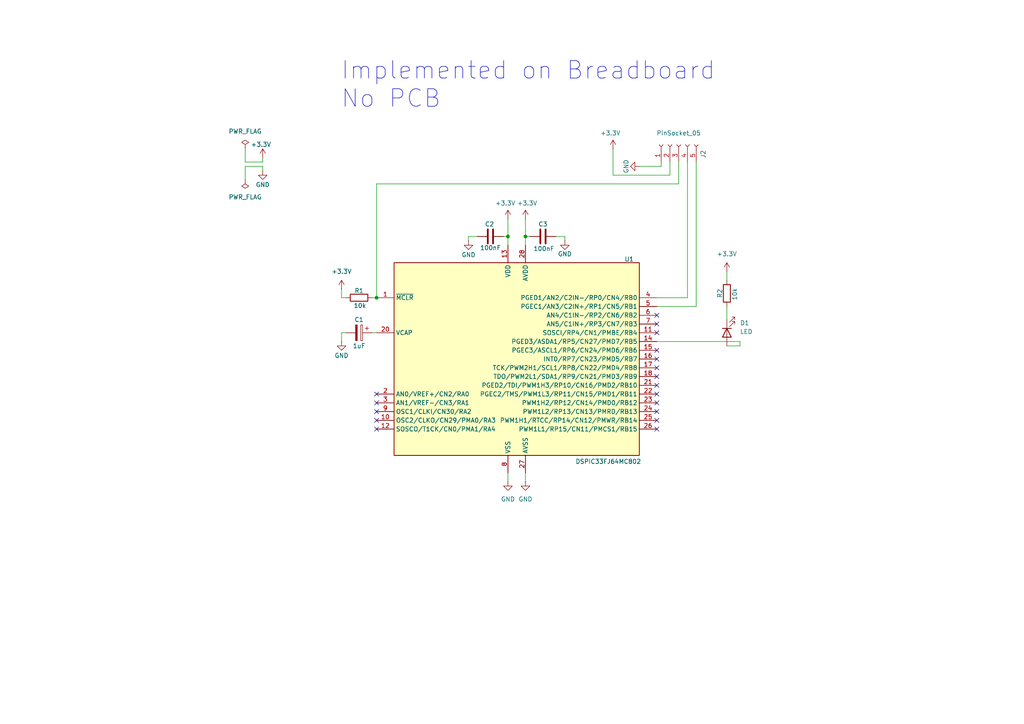
<source format=kicad_sch>
(kicad_sch (version 20231120) (generator "eeschema") (generator_version "8.0")
  (paper "A4")
  (lib_symbols
    (symbol "Connector:Conn_01x05_Socket" (pin_names (offset 1.016) hide)
      (property "Reference" "J" (at 0 7.62 0))
      (property "Value" "Conn_01x05_Socket" (at 0 -7.62 0))
      (symbol "Conn_01x05_Socket_1_1"
        (arc (start 0 -4.572) (mid -0.5058 -5.08) (end 0 -5.588) (stroke (width 0.1524)))
        (arc (start 0 -2.032) (mid -0.5058 -2.54) (end 0 -3.048) (stroke (width 0.1524)))
        (polyline (pts (xy -1.27 -5.08) (xy -0.508 -5.08)) (stroke (width 0.1524)))
        (polyline (pts (xy -1.27 -2.54) (xy -0.508 -2.54)) (stroke (width 0.1524)))
        (polyline (pts (xy -1.27 0) (xy -0.508 0)) (stroke (width 0.1524)))
        (polyline (pts (xy -1.27 2.54) (xy -0.508 2.54)) (stroke (width 0.1524)))
        (polyline (pts (xy -1.27 5.08) (xy -0.508 5.08)) (stroke (width 0.1524)))
        (arc (start 0 0.508) (mid -0.5058 0) (end 0 -0.508) (stroke (width 0.1524)))
        (arc (start 0 3.048) (mid -0.5058 2.54) (end 0 2.032) (stroke (width 0.1524)))
        (arc (start 0 5.588) (mid -0.5058 5.08) (end 0 4.572) (stroke (width 0.1524)))
        (pin passive line (at -5.08 5.08 0) (length 3.81) (name "Pin_1") (number "1"))
        (pin passive line (at -5.08 2.54 0) (length 3.81) (name "Pin_2") (number "2"))
        (pin passive line (at -5.08 0 0) (length 3.81) (name "Pin_3") (number "3"))
        (pin passive line (at -5.08 -2.54 0) (length 3.81) (name "Pin_4") (number "4"))
        (pin passive line (at -5.08 -5.08 0) (length 3.81) (name "Pin_5") (number "5"))
      )
    )
    (symbol "DSP_Microchip_DSPIC33:DSPIC33FJ64MC802-xSP"
      (property "Reference" "U" (at -31.75 29.21 0))
      (property "Value" "DSPIC33FJ64MC802-xSP" (at 22.86 29.21 0))
      (symbol "DSPIC33FJ64MC802-xSP_0_1"
        (rectangle (start -35.56 27.94) (end 35.56 -27.94) (stroke (width 0.254)) (fill (type background)))
      )
      (symbol "DSPIC33FJ64MC802-xSP_1_1"
        (pin input line (at -40.64 17.78 0) (length 5.08) (name "~{MCLR}") (number "1"))
        (pin bidirectional line (at -40.64 -17.78 0) (length 5.08) (name "OSC2/CLKO/CN29/PMA0/RA3") (number "10"))
        (pin bidirectional line (at 40.64 7.62 180) (length 5.08) (name "SOSCI/RP4/CN1/PMBE/RB4") (number "11"))
        (pin bidirectional line (at -40.64 -20.32 0) (length 5.08) (name "SOSCO/T1CK/CN0/PMA1/RA4") (number "12"))
        (pin power_in line (at -2.54 33.02 270) (length 5.08) (name "VDD") (number "13"))
        (pin bidirectional line (at 40.64 5.08 180) (length 5.08) (name "PGED3/ASDA1/RP5/CN27/PMD7/RB5") (number "14"))
        (pin bidirectional line (at 40.64 2.54 180) (length 5.08) (name "PGEC3/ASCL1/RP6/CN24/PMD6/RB6") (number "15"))
        (pin bidirectional line (at 40.64 0 180) (length 5.08) (name "INT0/RP7/CN23/PMD5/RB7") (number "16"))
        (pin bidirectional line (at 40.64 -2.54 180) (length 5.08) (name "TCK/PWM2H1/SCL1/RP8/CN22/PMD4/RB8") (number "17"))
        (pin bidirectional line (at 40.64 -5.08 180) (length 5.08) (name "TDO/PWM2L1/SDA1/RP9/CN21/PMD3/RB9") (number "18"))
        (pin passive line (at -2.54 -33.02 90) (length 5.08) hide (name "VSS") (number "19"))
        (pin bidirectional line (at -40.64 -10.16 0) (length 5.08) (name "AN0/VREF+/CN2/RA0") (number "2"))
        (pin passive line (at -40.64 7.62 0) (length 5.08) (name "VCAP") (number "20"))
        (pin bidirectional line (at 40.64 -7.62 180) (length 5.08) (name "PGED2/TDI/PWM1H3/RP10/CN16/PMD2/RB10") (number "21"))
        (pin bidirectional line (at 40.64 -10.16 180) (length 5.08) (name "PGEC2/TMS/PWM1L3/RP11/CN15/PMD1/RB11") (number "22"))
        (pin bidirectional line (at 40.64 -12.7 180) (length 5.08) (name "PWM1H2/RP12/CN14/PMD0/RB12") (number "23"))
        (pin bidirectional line (at 40.64 -15.24 180) (length 5.08) (name "PWM1L2/RP13/CN13/PMRD/RB13") (number "24"))
        (pin bidirectional line (at 40.64 -17.78 180) (length 5.08) (name "PWM1H1/RTCC/RP14/CN12/PMWR/RB14") (number "25"))
        (pin bidirectional line (at 40.64 -20.32 180) (length 5.08) (name "PWM1L1/RP15/CN11/PMCS1/RB15") (number "26"))
        (pin power_in line (at 2.54 -33.02 90) (length 5.08) (name "AVSS") (number "27"))
        (pin power_in line (at 2.54 33.02 270) (length 5.08) (name "AVDD") (number "28"))
        (pin bidirectional line (at -40.64 -12.7 0) (length 5.08) (name "AN1/VREF-/CN3/RA1") (number "3"))
        (pin bidirectional line (at 40.64 17.78 180) (length 5.08) (name "PGED1/AN2/C2IN-/RP0/CN4/RB0") (number "4"))
        (pin bidirectional line (at 40.64 15.24 180) (length 5.08) (name "PGEC1/AN3/C2IN+/RP1/CN5/RB1") (number "5"))
        (pin bidirectional line (at 40.64 12.7 180) (length 5.08) (name "AN4/C1IN-/RP2/CN6/RB2") (number "6"))
        (pin bidirectional line (at 40.64 10.16 180) (length 5.08) (name "AN5/C1IN+/RP3/CN7/RB3") (number "7"))
        (pin power_in line (at -2.54 -33.02 90) (length 5.08) (name "VSS") (number "8"))
        (pin bidirectional line (at -40.64 -15.24 0) (length 5.08) (name "OSC1/CLKI/CN30/RA2") (number "9"))
      )
    )
    (symbol "Device:C" (pin_numbers hide) (pin_names (offset 0.254))
      (property "Reference" "C" (at 0.635 2.54 0))
      (property "Value" "C" (at 0.635 -2.54 0))
      (symbol "C_0_1"
        (polyline (pts (xy -2.032 -0.762) (xy 2.032 -0.762)) (stroke (width 0.508)))
        (polyline (pts (xy -2.032 0.762) (xy 2.032 0.762)) (stroke (width 0.508)))
      )
      (symbol "C_1_1"
        (pin passive line (at 0 3.81 270) (length 2.794) (name "~") (number "1"))
        (pin passive line (at 0 -3.81 90) (length 2.794) (name "~") (number "2"))
      )
    )
    (symbol "Device:C_Polarized" (pin_numbers hide) (pin_names (offset 0.254))
      (property "Reference" "C" (at 0.635 2.54 0))
      (property "Value" "C_Polarized" (at 0.635 -2.54 0))
      (symbol "C_Polarized_0_1"
        (rectangle (start -2.286 0.508) (end 2.286 1.016))
        (polyline (pts (xy -1.778 2.286) (xy -0.762 2.286)))
        (polyline (pts (xy -1.27 2.794) (xy -1.27 1.778)))
        (rectangle (start 2.286 -0.508) (end -2.286 -1.016) (fill (type outline)))
      )
      (symbol "C_Polarized_1_1"
        (pin passive line (at 0 3.81 270) (length 2.794) (name "~") (number "1"))
        (pin passive line (at 0 -3.81 90) (length 2.794) (name "~") (number "2"))
      )
    )
    (symbol "Device:LED" (pin_numbers hide) (pin_names (offset 1.016) hide)
      (property "Reference" "D" (at 0 2.54 0))
      (property "Value" "LED" (at 0 -2.54 0))
      (symbol "LED_0_1"
        (polyline (pts (xy -1.27 -1.27) (xy -1.27 1.27)) (stroke (width 0.254)))
        (polyline (pts (xy -1.27 0) (xy 1.27 0)))
        (polyline (pts (xy 1.27 -1.27) (xy 1.27 1.27) (xy -1.27 0) (xy 1.27 -1.27)) (stroke (width 0.254)))
        (polyline (pts (xy -3.048 -0.762) (xy -4.572 -2.286) (xy -3.81 -2.286) (xy -4.572 -2.286) (xy -4.572 -1.524)))
        (polyline (pts (xy -1.778 -0.762) (xy -3.302 -2.286) (xy -2.54 -2.286) (xy -3.302 -2.286) (xy -3.302 -1.524)))
      )
      (symbol "LED_1_1"
        (pin passive line (at -3.81 0 0) (length 2.54) (name "K") (number "1"))
        (pin passive line (at 3.81 0 180) (length 2.54) (name "A") (number "2"))
      )
    )
    (symbol "Device:R" (pin_numbers hide) (pin_names (offset 0))
      (property "Reference" "R" (at 2.032 0 90))
      (property "Value" "R" (at 0 0 90))
      (symbol "R_0_1"
        (rectangle (start -1.016 -2.54) (end 1.016 2.54) (stroke (width 0.254)))
      )
      (symbol "R_1_1"
        (pin passive line (at 0 3.81 270) (length 1.27) (name "~") (number "1"))
        (pin passive line (at 0 -3.81 90) (length 1.27) (name "~") (number "2"))
      )
    )
    (symbol "power:+3.3V" (power) (pin_numbers hide) (pin_names (offset 0) hide)
      (property "Value" "+3.3V" (at 0 3.556 0))
      (symbol "+3.3V_0_1"
        (polyline (pts (xy -0.762 1.27) (xy 0 2.54)))
        (polyline (pts (xy 0 0) (xy 0 2.54)))
        (polyline (pts (xy 0 2.54) (xy 0.762 1.27)))
      )
      (symbol "+3.3V_1_1"
        (pin power_in line (at 0 0 90) (length 0) (name "~") (number "1"))
      )
    )
    (symbol "power:GND" (power) (pin_numbers hide) (pin_names (offset 0) hide)
      (property "Value" "GND" (at 0 -3.81 0))
      (symbol "GND_0_1"
        (polyline (pts (xy 0 0) (xy 0 -1.27) (xy 1.27 -1.27) (xy 0 -2.54) (xy -1.27 -1.27) (xy 0 -1.27)))
      )
      (symbol "GND_1_1"
        (pin power_in line (at 0 0 270) (length 0) (name "~") (number "1"))
      )
    )
    (symbol "power:PWR_FLAG" (power) (pin_numbers hide) (pin_names (offset 0) hide)
      (property "Value" "PWR_FLAG" (at 0 3.81 0))
      (symbol "PWR_FLAG_0_0"
        (pin power_out line (at 0 0 90) (length 0) (name "~") (number "1"))
      )
      (symbol "PWR_FLAG_0_1"
        (polyline (pts (xy 0 0) (xy 0 1.27) (xy -1.016 1.905) (xy 0 2.54) (xy 1.016 1.905) (xy 0 1.27)))
      )
    )
  )
  (junction (at 147.32 68.58))
  (junction (at 109.22 86.36))
  (junction (at 152.4 68.58))
  (no_connect (at 190.5 116.84))
  (no_connect (at 190.5 101.6))
  (no_connect (at 190.5 111.76))
  (no_connect (at 190.5 91.44))
  (no_connect (at 190.5 104.14))
  (no_connect (at 190.5 119.38))
  (no_connect (at 109.22 116.84))
  (no_connect (at 190.5 109.22))
  (no_connect (at 190.5 121.92))
  (no_connect (at 109.22 114.3))
  (no_connect (at 190.5 96.52))
  (no_connect (at 109.22 121.92))
  (no_connect (at 109.22 124.46))
  (no_connect (at 190.5 114.3))
  (no_connect (at 109.22 119.38))
  (no_connect (at 190.5 93.98))
  (no_connect (at 190.5 106.68))
  (no_connect (at 190.5 124.46))
  (wire (pts (xy 163.83 69.85) (xy 163.83 68.58)))
  (wire (pts (xy 135.89 68.58) (xy 138.43 68.58)))
  (wire (pts (xy 100.33 96.52) (xy 99.06 96.52)))
  (wire (pts (xy 100.33 86.36) (xy 99.06 86.36)))
  (wire (pts (xy 71.12 48.26) (xy 71.12 52.07)))
  (wire (pts (xy 214.63 100.33) (xy 210.82 100.33)))
  (wire (pts (xy 147.32 63.5) (xy 147.32 68.58)))
  (wire (pts (xy 76.2 48.26) (xy 76.2 49.53)))
  (wire (pts (xy 194.31 50.8) (xy 177.8 50.8)))
  (wire (pts (xy 214.63 99.06) (xy 190.5 99.06)))
  (wire (pts (xy 109.22 53.34) (xy 109.22 86.36)))
  (wire (pts (xy 210.82 88.9) (xy 210.82 92.71)))
  (wire (pts (xy 76.2 48.26) (xy 71.12 48.26)))
  (wire (pts (xy 76.2 46.99) (xy 71.12 46.99)))
  (wire (pts (xy 135.89 69.85) (xy 135.89 68.58)))
  (wire (pts (xy 152.4 68.58) (xy 153.67 68.58)))
  (wire (pts (xy 214.63 100.33) (xy 214.63 99.06)))
  (wire (pts (xy 190.5 88.9) (xy 201.93 88.9)))
  (wire (pts (xy 210.82 78.74) (xy 210.82 81.28)))
  (wire (pts (xy 199.39 86.36) (xy 190.5 86.36)))
  (wire (pts (xy 196.85 53.34) (xy 109.22 53.34)))
  (wire (pts (xy 147.32 137.16) (xy 147.32 139.7)))
  (wire (pts (xy 107.95 96.52) (xy 109.22 96.52)))
  (wire (pts (xy 191.77 48.26) (xy 185.42 48.26)))
  (wire (pts (xy 107.95 86.36) (xy 109.22 86.36)))
  (wire (pts (xy 163.83 68.58) (xy 161.29 68.58)))
  (wire (pts (xy 152.4 137.16) (xy 152.4 139.7)))
  (wire (pts (xy 191.77 48.26) (xy 191.77 46.99)))
  (wire (pts (xy 146.05 68.58) (xy 147.32 68.58)))
  (wire (pts (xy 99.06 96.52) (xy 99.06 99.06)))
  (wire (pts (xy 76.2 46.99) (xy 76.2 45.72)))
  (wire (pts (xy 99.06 86.36) (xy 99.06 83.82)))
  (wire (pts (xy 196.85 46.99) (xy 196.85 53.34)))
  (wire (pts (xy 194.31 46.99) (xy 194.31 50.8)))
  (wire (pts (xy 147.32 68.58) (xy 147.32 71.12)))
  (wire (pts (xy 71.12 46.99) (xy 71.12 43.18)))
  (wire (pts (xy 177.8 50.8) (xy 177.8 43.18)))
  (wire (pts (xy 201.93 88.9) (xy 201.93 46.99)))
  (wire (pts (xy 199.39 46.99) (xy 199.39 86.36)))
  (wire (pts (xy 152.4 68.58) (xy 152.4 71.12)))
  (wire (pts (xy 152.4 63.5) (xy 152.4 68.58)))
  (text "Implemented on Breadboard\nNo PCB" (at 98.806 24.638 0) (effects (font (size 5.08 5.08)) (justify left)))
  (symbol (lib_id "power:GND") (at 76.2 49.53 0) (unit 1)
    (property "Reference" "#PWR09" (effects (hide yes)))
    (property "Value" "GND" (at 76.2 53.594 0))
    (property "Description" "Power symbol creates a global label with name \"GND\" , ground" (effects (hide yes)))
  )
  (symbol (lib_id "power:+3.3V") (at 99.06 83.82 0) (unit 1)
    (property "Reference" "#PWR06" (effects (hide yes)))
    (property "Value" "+3.3V" (at 99.06 78.74 0))
    (property "Description" "Power symbol creates a global label with name \"+3.3V\"" (effects (hide yes)))
  )
  (symbol (lib_id "power:+3.3V") (at 210.82 78.74 0) (mirror y) (unit 1)
    (property "Reference" "#PWR08" (effects (hide yes)))
    (property "Value" "+3.3V" (at 210.82 73.66 0))
    (property "Description" "Power symbol creates a global label with name \"+3.3V\"" (effects (hide yes)))
  )
  (symbol (lib_id "power:+3.3V") (at 147.32 63.5 0) (unit 1)
    (property "Reference" "#PWR04" (effects (hide yes)))
    (property "Value" "+3.3V" (at 146.558 58.928 0))
    (property "Description" "Power symbol creates a global label with name \"+3.3V\"" (effects (hide yes)))
  )
  (symbol (lib_id "power:GND") (at 99.06 99.06 0) (unit 1)
    (property "Reference" "#PWR02" (effects (hide yes)))
    (property "Value" "GND" (at 99.06 103.124 0))
    (property "Description" "Power symbol creates a global label with name \"GND\" , ground" (effects (hide yes)))
  )
  (symbol (lib_id "Device:C") (at 142.24 68.58 90) (unit 1)
    (property "Reference" "C2" (at 141.986 65.024 90))
    (property "Value" "100nF" (at 142.24 71.882 90))
    (property "Description" "Unpolarized capacitor" (effects (hide yes)))
  )
  (symbol (lib_id "Device:C") (at 157.48 68.58 90) (unit 1)
    (property "Reference" "C3" (at 157.48 65.024 90))
    (property "Value" "100nF" (at 157.734 72.136 90))
    (property "Description" "Unpolarized capacitor" (effects (hide yes)))
  )
  (symbol (lib_id "power:GND") (at 152.4 139.7 0) (unit 1)
    (property "Reference" "#PWR011" (effects (hide yes)))
    (property "Value" "GND" (at 152.4 144.78 0))
    (property "Description" "Power symbol creates a global label with name \"GND\" , ground" (effects (hide yes)))
  )
  (symbol (lib_id "Device:R") (at 210.82 85.09 0) (mirror y) (unit 1)
    (property "Reference" "R2" (at 208.788 85.09 90))
    (property "Value" "10k" (at 213.106 85.344 90))
    (property "Description" "Resistor" (effects (hide yes)))
  )
  (symbol (lib_id "power:PWR_FLAG") (at 71.12 52.07 180) (unit 1)
    (property "Reference" "#FLG02" (effects (hide yes)))
    (property "Value" "PWR_FLAG" (at 71.12 57.15 0))
    (property "Description" "Special symbol for telling ERC where power comes from" (effects (hide yes)))
  )
  (symbol (lib_id "DSP_Microchip_DSPIC33:DSPIC33FJ64MC802-xSP") (at 149.86 104.14 0) (unit 1)
    (property "Reference" "U1" (at 181.102 75.184 0) (effects (justify left)))
    (property "Value" "DSPIC33FJ64MC802" (at 166.878 133.858 0) (effects (justify left)))
    (property "Footprint" "Package_DIP:DIP-28_W7.62mm" (effects (hide yes)))
    (property "Datasheet" "http://ww1.microchip.com/downloads/en/DeviceDoc/70291G.pdf" (effects (hide yes)))
    (property "Description" "40 MIPS, 64k Flash, 16k SRAM, DIP-28" (effects (hide yes)))
  )
  (symbol (lib_id "Connector:Conn_01x05_Socket") (at 196.85 41.91 90) (unit 1)
    (property "Reference" "J2" (at 203.962 44.704 0))
    (property "Value" "PinSocket_05" (at 196.85 38.608 90))
    (property "Description" "Generic connector, single row, 01x05, script generated" (effects (hide yes)))
  )
  (symbol (lib_id "power:+3.3V") (at 76.2 45.72 0) (unit 1)
    (property "Reference" "#PWR010" (effects (hide yes)))
    (property "Value" "+3.3V" (at 75.692 41.91 0))
    (property "Description" "Power symbol creates a global label with name \"+3.3V\"" (effects (hide yes)))
  )
  (symbol (lib_id "Device:C_Polarized") (at 104.14 96.52 270) (unit 1)
    (property "Reference" "C1" (at 104.14 92.71 90))
    (property "Value" "1uF" (at 104.14 100.33 90))
    (property "Description" "Polarized capacitor" (effects (hide yes)))
  )
  (symbol (lib_id "power:+3.3V") (at 152.4 63.5 0) (unit 1)
    (property "Reference" "#PWR03" (effects (hide yes)))
    (property "Value" "+3.3V" (at 152.908 58.928 0))
    (property "Description" "Power symbol creates a global label with name \"+3.3V\"" (effects (hide yes)))
  )
  (symbol (lib_id "Device:LED") (at 210.82 96.52 90) (mirror x) (unit 1)
    (property "Reference" "D1" (at 214.63 93.6624 90) (effects (justify right)))
    (property "Value" "LED" (at 214.63 96.2024 90) (effects (justify right)))
    (property "Description" "Light emitting diode" (effects (hide yes)))
  )
  (symbol (lib_id "power:PWR_FLAG") (at 71.12 43.18 0) (unit 1)
    (property "Reference" "#FLG01" (effects (hide yes)))
    (property "Value" "PWR_FLAG" (at 71.12 38.1 0))
    (property "Description" "Special symbol for telling ERC where power comes from" (effects (hide yes)))
  )
  (symbol (lib_id "power:GND") (at 163.83 69.85 0) (unit 1)
    (property "Reference" "#PWR05" (effects (hide yes)))
    (property "Value" "GND" (at 163.83 73.66 0))
    (property "Description" "Power symbol creates a global label with name \"GND\" , ground" (effects (hide yes)))
  )
  (symbol (lib_id "power:GND") (at 185.42 48.26 270) (unit 1)
    (property "Reference" "#PWR012" (effects (hide yes)))
    (property "Value" "GND" (at 181.61 48.26 0))
    (property "Description" "Power symbol creates a global label with name \"GND\" , ground" (effects (hide yes)))
  )
  (symbol (lib_id "Device:R") (at 104.14 86.36 90) (unit 1)
    (property "Reference" "R1" (at 104.14 84.328 90))
    (property "Value" "10k" (at 104.394 88.646 90))
    (property "Description" "Resistor" (effects (hide yes)))
  )
  (symbol (lib_id "power:+3.3V") (at 177.8 43.18 0) (unit 1)
    (property "Reference" "#PWR013" (effects (hide yes)))
    (property "Value" "+3.3V" (at 177.038 38.608 0))
    (property "Description" "Power symbol creates a global label with name \"+3.3V\"" (effects (hide yes)))
  )
  (symbol (lib_id "power:GND") (at 135.89 69.85 0) (unit 1)
    (property "Reference" "#PWR07" (effects (hide yes)))
    (property "Value" "GND" (at 135.89 73.914 0))
    (property "Description" "Power symbol creates a global label with name \"GND\" , ground" (effects (hide yes)))
  )
  (symbol (lib_id "power:GND") (at 147.32 139.7 0) (unit 1)
    (property "Reference" "#PWR01" (effects (hide yes)))
    (property "Value" "GND" (at 147.32 144.78 0))
    (property "Description" "Power symbol creates a global label with name \"GND\" , ground" (effects (hide yes)))
  )
)
</source>
